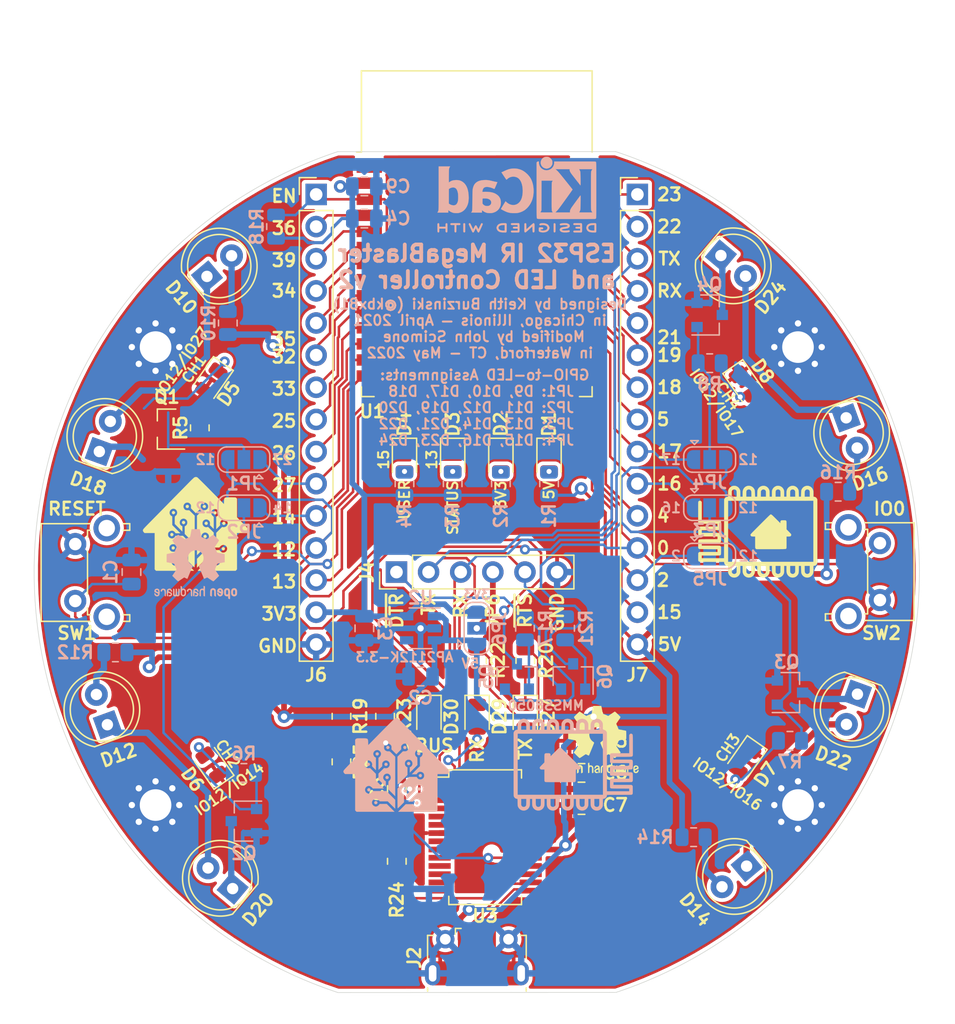
<source format=kicad_pcb>
(kicad_pcb (version 20211014) (generator pcbnew)
  (layers (0 "F.Cu" signal) (31 "B.Cu" signal) (34 "B.Paste" user) (35 "F.Paste" user) (36 "B.SilkS" user "B.Silkscreen") (37 "F.SilkS" user "F.Silkscreen") (38 "B.Mask" user) (39 "F.Mask" user) (44 "Edge.Cuts" user))
  (net 0 "")
  (net 1 "GND")
  (net 2 "+5V")
  (net 3 "+3V3")
  (net 4 "Net-(D1-Pad2)")
  (net 5 "Net-(D2-Pad2)")
  (net 6 "Net-(D3-Pad2)")
  (net 7 "Net-(D4-Pad2)")
  (net 8 "Net-(D10-Pad2)")
  (net 11 "/ESP_EN")
  (net 12 "Net-(C8-Pad1)")
  (net 13 "/GPIO13")
  (net 14 "/GPIO14")
  (net 15 "Net-(D5-Pad2)")
  (net 16 "Net-(D10-Pad1)")
  (net 21 "/FET1")
  (net 22 "/FET2")
  (net 23 "/FET3")
  (net 24 "/FET4")
  (net 25 "Net-(D27-Pad1)")
  (net 26 "Net-(D29-Pad1)")
  (net 27 "Net-(D30-Pad2)")
  (net 28 "/USB_D+")
  (net 29 "/USB_D-")
  (net 30 "/~{RTS}")
  (net 31 "/ESP_RXD")
  (net 32 "/ESP_TXD")
  (net 33 "/~{DTR}")
  (net 34 "/GPIO12")
  (net 35 "/GPIO27")
  (net 36 "/GPIO26")
  (net 37 "/GPIO25")
  (net 38 "/GPIO33")
  (net 39 "/GPIO32")
  (net 40 "/GPI35")
  (net 41 "/GPI34")
  (net 42 "/GPI39")
  (net 43 "/GPI36")
  (net 44 "/GPIO15")
  (net 45 "/GPIO2")
  (net 46 "/GPIO0")
  (net 47 "/GPIO4")
  (net 48 "/GPIO16")
  (net 49 "/GPIO17")
  (net 50 "/GPIO5")
  (net 51 "/GPIO18")
  (net 52 "/GPIO19")
  (net 53 "/GPIO21")
  (net 54 "/GPIO22")
  (net 55 "/GPIO23")
  (net 56 "/GATE1")
  (net 57 "/GATE2")
  (net 58 "/GATE3")
  (net 59 "/GATE4")
  (net 60 "Net-(Q5-Pad1)")
  (net 61 "Net-(Q6-Pad1)")
  (net 62 "/USB_~{RESET}")
  (net 63 "Net-(R20-Pad2)")
  (net 66 "Net-(D12-Pad2)")
  (net 67 "Net-(D12-Pad1)")
  (net 68 "Net-(D14-Pad2)")
  (net 69 "Net-(D14-Pad1)")
  (net 70 "Net-(D16-Pad2)")
  (net 71 "Net-(D16-Pad1)")
  (net 72 "Net-(R22-Pad2)")
  (net 73 "Net-(R24-Pad2)")
  (net 74 "Net-(J4-Pad4)")
  (net 75 "/GATE5")
  (net 85 "Net-(R6-Pad2)")
  (net 86 "Net-(R7-Pad2)")
  (net 87 "Net-(R8-Pad2)")
  (footprint "Connector_PinHeader_2.54mm:PinHeader_1x06_P2.54mm_Vertical" (layer "F.Cu") (at 143.65 90 90)
    (fp_text reference "J4")
    (fp_text value "SERIAL")
  )
  (footprint "MountingHole:MountingHole_2.5mm_Pad_Via" (layer "F.Cu") (at 124.6 72.22)
    (fp_text reference "H1" hide)
    (fp_text value "-")
  )
  (footprint "LED_THT:LED_D5.0mm" (layer "F.Cu") (at 120.79 102.065 110)
    (fp_text reference "D12")
    (fp_text value "CH2")
  )
  (footprint "LED_THT:LED_D5.0mm" (layer "F.Cu") (at 120.155 80.475 70)
    (fp_text reference "D18")
    (fp_text value "CH1")
  )
  (footprint "LED_THT:LED_D5.0mm" (layer "F.Cu") (at 130.696 115.019 140)
    (fp_text reference "D20")
    (fp_text value "CH2")
  )
  (footprint "LED_THT:LED_D5.0mm" (layer "F.Cu") (at 171.336 113.241 -140)
    (fp_text reference "D14")
    (fp_text value "CH3")
  )
  (footprint "LED_THT:LED_D5.0mm" (layer "F.Cu") (at 179.21 77.808 -70)
    (fp_text reference "D16")
    (fp_text value "CH4")
  )
  (footprint "LED_THT:LED_D5.0mm" (layer "F.Cu") (at 169.304 64.981 -40)
    (fp_text reference "D24")
    (fp_text value "CH4")
  )
  (footprint "Capacitor_SMD:C_0805_2012Metric" (layer "F.Cu") (at 158.283 105.875 180)
    (fp_text reference "C6")
    (fp_text value "100 nF")
  )
  (footprint "Capacitor_SMD:C_0805_2012Metric" (layer "F.Cu") (at 158.283 108.415 180)
    (fp_text reference "C7")
    (fp_text value "100 nF")
  )
  (footprint "Capacitor_SMD:C_0805_2012Metric" (layer "F.Cu") (at 143.678 107.145 90)
    (fp_text reference "C8")
    (fp_text value "100 nF")
  )
  (footprint "LED_SMD:LED_0805_2012Metric" (layer "F.Cu") (at 151.905 81.11 -90)
    (fp_text reference "D2")
    (fp_text value "3V3")
  )
  (footprint "LED_SMD:LED_0805_2012Metric" (layer "F.Cu") (at 148.095 81.11 -90)
    (fp_text reference "D3")
    (fp_text value "STATUS")
  )
  (footprint "LED_SMD:LED_0805_2012Metric" (layer "F.Cu") (at 150.028 101.43 -90)
    (fp_text reference "D29")
    (fp_text value "RX")
  )
  (footprint "Connector_USB:USB_Micro-B_Molex-105017-0001" (layer "F.Cu") (at 150.010264 120.48)
    (fp_text reference "J2")
    (fp_text value "N/A")
  )
  (footprint "Resistor_SMD:R_0805_2012Metric" (layer "F.Cu") (at 128.1 78.6 90)
    (fp_text reference "R5")
    (fp_text value "2K7")
  )
  (footprint "Resistor_SMD:R_0805_2012Metric" (layer "F.Cu") (at 139.3 101.4 90)
    (fp_text reference "R19")
    (fp_text value "4K7")
  )
  (footprint "Resistor_SMD:R_0805_2012Metric" (layer "F.Cu") (at 153.838 96.985 90)
    (fp_text reference "R20")
    (fp_text value "1K2")
  )
  (footprint "Resistor_SMD:R_0805_2012Metric" (layer "F.Cu") (at 139.3 105 90)
    (fp_text reference "R25")
    (fp_text value "10K")
  )
  (footprint "Package_SO:SSOP-28_5.3x10.2mm_P0.65mm" (layer "F.Cu") (at 150.663 110.955)
    (fp_text reference "U3")
    (fp_text value "FT232RL")
  )
  (footprint "RF_Module:ESP32-WROOM-32" (layer "F.Cu") (at 150 66.251)
    (fp_text reference "U1")
    (fp_text value "ESP32-WROOM-32D")
  )
  (footprint "LED_THT:LED_D5.0mm" (layer "F.Cu") (at 180.099 99.652 -110)
    (fp_text reference "D22")
    (fp_text value "CH3")
  )
  (footprint "MountingHole:MountingHole_2.5mm_Pad_Via" (layer "F.Cu") (at 124.6 108.415)
    (fp_text reference "H3" hide)
    (fp_text value "-")
  )
  (footprint "LED_SMD:LED_0805_2012Metric" (layer "F.Cu") (at 155.715 81.11 -90)
    (fp_text reference "D1")
    (fp_text value "5V")
  )
  (footprint "LED_SMD:LED_0805_2012Metric" (layer "F.Cu") (at 153.838 101.43 -90)
    (fp_text reference "D27")
    (fp_text value "TX")
  )
  (footprint "LED_SMD:LED_0805_2012Metric" (layer "F.Cu") (at 171.209 75.141 -55)
    (fp_text reference "D8")
    (fp_text value "CH4")
  )
  (footprint "Resistor_SMD:R_0805_2012Metric" (layer "F.Cu") (at 143.678 112.86 -90)
    (fp_text reference "R24")
    (fp_text value "10K")
  )
  (footprint "Package_TO_SOT_SMD:SOT-23" (layer "F.Cu") (at 125.5 78.7 180)
    (fp_text reference "Q1")
    (fp_text value "2N7002")
  )
  (footprint "Capacitor_SMD:C_0805_2012Metric" (layer "F.Cu") (at 158.283 103.335 180)
    (fp_text reference "C5")
    (fp_text value "4.7 uF")
  )
  (footprint "Resistor_SMD:R_0805_2012Metric" (layer "F.Cu") (at 142.75 101.4 -90)
    (fp_text reference "R23")
    (fp_text value "10K")
  )
  (footprint "Button_Switch_THT:SW_Tactile_SPST_Angled_PTS645Vx58-2LFS" (layer "F.Cu") (at 181.877 87.714 -90)
    (fp_text reference "SW2")
    (fp_text value "IO0")
  )
  (footprint "LED_SMD:LED_0805_2012Metric" (layer "F.Cu") (at 146.218 101.43 -90)
    (fp_text reference "D30")
    (fp_text value "VBUS")
  )
  (footprint "Connector_PinHeader_2.54mm:PinHeader_1x15_P2.54mm_Vertical" (layer "F.Cu") (at 137.3 60.155)
    (fp_text reference "J6")
    (fp_text value "IO")
  )
  (footprint "Connector_PinHeader_2.54mm:PinHeader_1x15_P2.54mm_Vertical" (layer "F.Cu") (at 162.7 60.155)
    (fp_text reference "J7")
    (fp_text value "IO")
  )
  (footprint "Button_Switch_THT:SW_Tactile_SPST_Angled_PTS645Vx58-2LFS" (layer "F.Cu") (at 118.25 92.286 90)
    (fp_text reference "SW1")
    (fp_text value "RESET")
  )
  (footprint "Resistor_SMD:R_0805_2012Metric" (layer "F.Cu") (at 150.028 96.985 90)
    (fp_text reference "R22")
    (fp_text value "2K7")
  )
  (footprint "LED_SMD:LED_0805_2012Metric" (layer "F.Cu") (at 129 74.9 -125)
    (fp_text reference "D5")
    (fp_text value "CH1")
  )
  (footprint "LED_SMD:LED_0805_2012Metric" (layer "F.Cu") (at 171.209 104.859 -125)
    (fp_text reference "D7")
    (fp_text value "CH3")
  )
  (footprint "LED_SMD:LED_0805_2012Metric" (layer "F.Cu") (at 129.045 105.24 125)
    (fp_text reference "D6")
    (fp_text value "CH2")
  )
  (footprint "LED_SMD:LED_0805_2012Metric" (layer "F.Cu") (at 144.285 81.11 -90)
    (fp_text reference "D4")
    (fp_text value "USER")
  )
  (footprint "project_footprints:ESPHome_slik_logo" (layer "F.Cu") (at 172.225 86.825)
    (fp_text reference "G***" hide)
    (fp_text value "LOGO" hide)
  )
  (footprint "project_footprints:HomeAssistant_slik_logo" (layer "F.Cu") (at 127.775 86.19)
    (fp_text reference "G***" hide)
    (fp_text value "LOGO" hide)
  )
  (footprint "Symbol:OSHW-Logo2_7.3x6mm_SilkScreen" (layer "F.Cu") (at 159.525 103.335)
    (fp_text reference "REF**" hide)
    (fp_text value "OSHW-Logo2_7.3x6mm_SilkScreen" hide)
  )
  (footprint "LED_THT:LED_D5.0mm" (layer "F.Cu") (at 128.664 66.632 40)
    (fp_text reference "D10")
    (fp_text value "CH1")
  )
  (footprint "MountingHole:MountingHole_2.5mm_Pad_Via" (layer "F.Cu") (at 175.4 108.415)
    (fp_text reference "H4" hide)
    (fp_text value "-")
  )
  (footprint "MountingHole:MountingHole_2.5mm_Pad_Via" (layer "F.Cu") (at 175.4 72.22)
    (fp_text reference "H2" hide)
    (fp_text value "-")
  )
  (footprint "Capacitor_SMD:C_0805_2012Metric" (layer "B.Cu") (at 141.11 62.06 180)
    (fp_text reference "C4")
    (fp_text value "10 uF")
  )
  (footprint "Capacitor_SMD:C_0805_2012Metric" (layer "B.Cu") (at 141.11 94.445 90)
    (fp_text reference "C3")
    (fp_text value "10 uF")
  )
  (footprint "Jumper:SolderJumper-3_P1.3mm_Open_RoundedPad1.0x1.5mm" (layer "B.Cu") (at 168.415 84.92)
    (fp_text reference "JP3")
    (fp_text value "IO12/IO16")
  )
  (footprint "Capacitor_SMD:C_0805_2012Metric" (layer "B.Cu") (at 122.695 90 90)
    (fp_text reference "C1")
    (fp_text value "1 uF")
  )
  (footprint "Package_TO_SOT_SMD:SOT-23" (layer "B.Cu") (at 174.765 99.525)
    (fp_text reference "Q3")
    (fp_text value "2N7002")
  )
  (footprint "Jumper:SolderJumper-3_P1.3mm_Open_RoundedPad1.0x1.5mm" (layer "B.Cu") (at 168.415 81.11)
    (fp_text reference "JP4")
    (fp_text value "IO12/IO17")
  )
  (footprint "Resistor_SMD:R_0805_2012Metric" (layer "B.Cu") (at 121.425 96.35 180)
    (fp_text reference "R12")
    (fp_text value "27")
  )
  (footprint "Resistor_SMD:R_0805_2012Metric" (layer "B.Cu") (at 178.575 83.65)
    (fp_text reference "R16")
    (fp_text value "27")
  )
  (footprint "Package_TO_SOT_SMD:SOT-23" (layer "B.Cu") (at 131.585 109.685 180)
    (fp_text reference "Q2")
    (fp_text value "2N7002")
  )
  (footprint "Package_TO_SOT_SMD:SOT-23" (layer "B.Cu") (at 153.175 98.255 90)
    (fp_text reference "Q5")
    (fp_text value "MMSS8050")
  )
  (footprint "Package_TO_SOT_SMD:SOT-23" (layer "B.Cu") (at 157.62 98.255 90)
    (fp_text reference "Q6")
    (fp_text value "MMSS8050")
  )
  (footprint "Resistor_SMD:R_0805_2012Metric" (layer "B.Cu") (at 148.095 83.015 90)
    (fp_text reference "R3")
    (fp_text value "120")
  )
  (footprint "Resistor_SMD:R_0805_2012Metric" (layer "B.Cu") (at 131.585 105.875 180)
    (fp_text reference "R6")
    (fp_text value "2K7")
  )
  (footprint "Resistor_SMD:R_0805_2012Metric" (layer "B.Cu") (at 174.765 103.335 180)
    (fp_text reference "R7")
    (fp_text value "2K7")
  )
  (footprint "Resistor_SMD:R_0805_2012Metric" (layer "B.Cu") (at 168.415 73.49)
    (fp_text reference "R8")
    (fp_text value "2K7")
  )
  (footprint "Resistor_SMD:R_0805_2012Metric" (layer "B.Cu") (at 153.81 94.445 90)
    (fp_text reference "R17")
    (fp_text value "10K")
  )
  (footprint "Resistor_SMD:R_0805_2012Metric" (layer "B.Cu") (at 156.985 94.445 90)
    (fp_text reference "R21")
    (fp_text value "10K")
  )
  (footprint "Package_TO_SOT_SMD:SOT-23-5" (layer "B.Cu") (at 145.555 94.445 180)
    (fp_text reference "U2")
    (fp_text value "AP2112K-3.3")
  )
  (footprint "Resistor_SMD:R_0805_2012Metric" (layer "B.Cu") (at 167.145 110.955)
    (fp_text reference "R14")
    (fp_text value "27")
  )
  (footprint "Resistor_SMD:R_0805_2012Metric" (layer "B.Cu") (at 155.715 83.015 90)
    (fp_text reference "R1")
    (fp_text value "8K2")
  )
  (footprint "Jumper:SolderJumper-3_P1.3mm_Open_RoundedPad1.0x1.5mm" (layer "B.Cu") (at 131.585 84.92 180)
    (fp_text reference "JP2")
    (fp_text value "IO12/IO14")
  )
  (footprint "Resistor_SMD:R_0805_2012Metric" (layer "B.Cu") (at 134.125 62.695 90)
    (fp_text reference "R18")
    (fp_text value "10K")
  )
  (footprint "Package_TO_SOT_SMD:SOT-23" (layer "B.Cu") (at 168.415 69.68)
    (fp_text reference "Q4")
    (fp_text value "2N7002")
  )
  (footprint "Capacitor_SMD:C_0805_2012Metric" (layer "B.Cu") (at 145.555 98.255)
    (fp_text reference "C2")
    (fp_text value "10 uF")
  )
  (footprint "Resistor_SMD:R_0805_2012Metric" (layer "B.Cu") (at 151.905 83.015 90)
    (fp_text reference "R2")
    (fp_text value "1K6")
  )
  (footprint "Jumper:SolderJumper-3_P1.3mm_Open_RoundedPad1.0x1.5mm" (layer "B.Cu") (at 168.415 88.73)
    (fp_text reference "JP5")
    (fp_text value "IO12/IO2")
  )
  (footprint "Resistor_SMD:R_0805_2012Metric" (layer "B.Cu") (at 144.285 83.015 90)
    (fp_text reference "R4")
    (fp_text value "1K2")
  )
  (footprint "Symbol:KiCad-Logo2_5mm_SilkScreen" (layer "B.Cu") (at 153.175 60.155 180)
    (fp_text reference "REF**" hide)
    (fp_text value "KiCad-Logo2_5mm_SilkScreen" hide)
  )
  (footprint "project_footprints:ESPHome_slik_logo" (layer "B.Cu") (at 157.62 105.24 180)
    (fp_text reference "G***" hide)
    (fp_text value "LOGO" hide)
  )
  (footprint "Symbol:OSHW-Logo2_7.3x6mm_SilkScreen" (layer "B.Cu") (at 127.775 89.365 180)
    (fp_text reference "REF**" hide)
    (fp_text value "OSHW-Logo2_7.3x6mm_SilkScreen" hide)
  )
  (footprint "Resistor_SMD:R_0805_2012Metric" (layer "B.Cu") (at 130.315 70.315 90)
    (fp_text reference "R10")
    (fp_text value "27")
  )
  (footprint "Jumper:SolderJumper-3_P1.3mm_Open_RoundedPad1.0x1.5mm" (layer "B.Cu") (at 131.585 81.11 180)
    (fp_text reference "JP1")
    (fp_text value "IO12/IO27")
  )
  (footprint "Jumper:SolderJumper-3_P1.3mm_Open_RoundedPad1.0x1.5mm" (layer "B.Cu") (at 150 94.445 90)
    (fp_text reference "JP6")
    (fp_text value "5V/3V3")
  )
  (footprint "Capacitor_SMD:C_0805_2012Metric" (layer "B.Cu") (at 141.11 59.52 180)
    (fp_text reference "C9")
    (fp_text value "10 uF")
  )
  (footprint "project_footprints:HomeAssistant_slik_logo" (layer "B.Cu") (at 143.65 105.24 180)
    (fp_text reference "G***" hide)
    (fp_text value "LOGO" hide)
  )
  (gr_line (start 160.979471 56.766717) (end 139.000001 56.773505) (layer "Edge.Cuts") (width 0.05))
  (gr_line (start 139.020529 123.233284) (end 160.999999 123.226494) (layer "Edge.Cuts") (width 0.05))
  (gr_arc (start 160.979471 56.766717) (mid 184.999997 89.989189) (end 160.999999 123.226494) (layer "Edge.Cuts") (width 0.05))
  (gr_arc (start 139.020529 123.233284) (mid 115.000002 90.010811) (end 139.000001 56.773505) (layer "Edge.Cuts") (width 0.05))
  (gr_text "ESP32 IR MegaBlaster\nand LED Controller v2" (at 150 65.87) (layer "B.SilkS") (effects (font (size 1.3 1.3) (thickness 0.3)) (justify mirror)))
  (gr_text "Designed by Keith Burzinski (@kbx81)\nin Chicago, Illinois — April 2021\nModified by John Scimone \nin Waterford, CT - May 2022" (at 150.25 70.75) (layer "B.SilkS") (effects (font (size 0.8 0.8) (thickness 0.16)) (justify mirror)))
  (gr_text "GPIO-to-LED Assignments:\n  JP1: D9, D10, D17, D18\n  JP2: D11, D12, D19, D20\n  JP3: D13, D14, D21, D22\n  JP4: D15, D16, D23, D24" (at 159 77) (layer "B.SilkS") (effects (font (size 0.8 0.8) (thickness 0.16)) (justify left mirror)))
  (segment (start 154.263 108.68) (end 155.986 108.68) (width 0.45) (layer "F.Cu") (net 1))
  (segment (start 130.061 73.513773) (end 129.582728 73.992045) (width 0.2) (layer "F.Cu") (net 1))
  (segment (start 155.986 108.68) (end 156.251 108.415) (width 0.45) (layer "F.Cu") (net 1))
  (segment (start 155.866 108.03) (end 154.263 108.03) (width 0.45) (layer "F.Cu") (net 1))
  (segment (start 154.263 111.28) (end 155.926 111.28) (width 0.45) (layer "F.Cu") (net 1))
  (segment (start 155.926 111.28) (end 157.333 109.873) (width 0.45) (layer "F.Cu") (net 1))
  (segment (start 157.333 109.873) (end 157.333 108.415) (width 0.45) (layer "F.Cu") (net 1))
  (segment (start 151.03 111.28) (end 150.38 110.63) (width 0.45) (layer "F.Cu") (net 1))
  (segment (start 150.38 110.63) (end 147.063 110.63) (width 0.45) (layer "F.Cu") (net 1))
  (segment (start 154.263 111.28) (end 151.03 111.28) (width 0.45) (layer "F.Cu") (net 1))
  (segment (start 130.061 73.363) (end 130.061 73.513773) (width 0.2) (layer "F.Cu") (net 1))
  (segment (start 157.333 108.415) (end 156.251 108.415) (width 0.45) (layer "F.Cu") (net 1))
  (segment (start 156.251 108.415) (end 155.866 108.03) (width 0.45) (layer "F.Cu") (net 1))
  (via (at 145.555 94.445) (size 1) (drill 0.5) (layers "F.Cu" "B.Cu") (net 1))
  (via (at 130.061 73.363) (size 0.8) (drill 0.4) (layers "F.Cu" "B.Cu") (net 1))
  (segment (start 124.473 76.284) (end 127.14 76.284) (width 0.2) (layer "B.Cu") (net 1))
  (segment (start 123.6875 77.0695) (end 124.473 76.284) (width 0.2) (layer "B.Cu") (net 1))
  (segment (start 145.174 96.604) (end 144.793 96.604) (width 0.45) (layer "B.Cu") (net 1))
  (segment (start 145.555 96.223) (end 145.174 96.604) (width 0.45) (layer "B.Cu") (net 1))
  (segment (start 141.11 95.395) (end 142.446 95.395) (width 0.45) (layer "B.Cu") (net 1))
  (segment (start 146.655 94.445) (end 145.555 94.445) (width 0.45) (layer "B.Cu") (net 1))
  (segment (start 127.14 76.284) (end 130.061 73.363) (width 0.2) (layer "B.Cu") (net 1))
  (segment (start 142.446 95.395) (end 143.396 94.445) (width 0.45) (layer "B.Cu") (net 1))
  (segment (start 143.396 94.445) (end 145.555 94.445) (width 0.45) (layer "B.Cu") (net 1))
  (segment (start 144.793 96.604) (end 144.605 96.792) (width 0.45) (layer "B.Cu") (net 1))
  (segment (start 145.555 94.445) (end 145.555 96.223) (width 0.45) (layer "B.Cu") (net 1))
  (segment (start 144.605 96.792) (end 144.605 98.255) (width 0.45) (layer "B.Cu") (net 1))
  (segment (start 135.7025 100.4875) (end 134.76 101.43) (width 0.45) (layer "F.Cu") (net 2))
  (segment (start 168.2645 90.1505) (end 177.6625 90.1505) (width 0.45) (layer "F.Cu") (net 2))
  (segment (start 160.922 93.937) (end 160.922 90) (width 0.25) (layer "F.Cu") (net 2))
  (segment (start 159.233 108.415) (end 159.233 109.37) (width 0.45) (layer "F.Cu") (net 2))
  (segment (start 139.3 100.4875) (end 135.7025 100.4875) (width 0.45) (layer "F.Cu") (net 2))
  (segment (start 134.76 101.43) (end 134.76 72.982) (width 0.45) (layer "F.Cu") (net 2))
  (segment (start 130.061 96.731) (end 134.76 101.43) (width 0.45) (layer "F.Cu") (net 2))
  (segment (start 148.710264 119.0175) (end 148.710264 117.352736) (width 0.45) (layer "F.Cu") (net 2))
  (segment (start 160.16 89.238) (end 160.16 85.301) (width 0.25) (layer "F.Cu") (net 2))
  (segment (start 162.7 95.715) (end 160.922 93.937) (width 0.25) (layer "F.Cu") (net 2))
  (segment (start 134.76 72.982) (end 133.871 72.093) (width 0.45) (layer "F.Cu") (net 2))
  (segment (start 162.7 95.715) (end 168.2645 90.1505) (width 0.45) (layer "F.Cu") (net 2))
  (segment (start 159.233 108.415) (end 159.233 105.875) (width 0.45) (layer "F.Cu") (net 2))
  (segment (start 160.922 90) (end 160.16 89.238) (width 0.25) (layer "F.Cu") (net 2))
  (segment (start 156.673 111.93) (end 154.263 111.93) (width 0.45) (layer "F.Cu") (net 2))
  (segment (start 148.710264 117.352736) (end 149.393 116.67) (width 0.45) (layer "F.Cu") (net 2))
  (segment (start 157.013 111.59) (end 156.673 111.93) (width 0.45) (layer "F.Cu") (net 2))
  (segment (start 159.233 109.37) (end 157.013 111.59) (width 0.45) (layer "F.Cu") (net 2))
  (segment (start 124.854 96.731) (end 130.061 96.731) (width 0.45) (layer "F.Cu") (net 2))
  (segment (start 159.233 103.335) (end 159.233 105.875) (width 0.45) (layer "F.Cu") (net 2))
  (segment (start 160.16 85.301) (end 158.255 83.396) (width 0.25) (layer "F.Cu") (net 2))
  (segment (start 159.233 103.335) (end 159.233 101.43) (width 0.45) (layer "F.Cu") (net 2))
  (segment (start 124.092 97.493) (end 124.854 96.731) (width 0.45) (layer "F.Cu") (net 2))
  (via (at 124.092 97.493) (size 1) (drill 0.5) (layers "F.Cu" "B.Cu") (net 2))
  (via (at 177.6625 90.1505) (size 1) (drill 0.5) (layers "F.Cu" "B.Cu") (net 2))
  (via (at 158.255 83.396) (size 1) (drill 0.5) (layers "F.Cu" "B.Cu") (net 2))
  (via (at 149.393 116.67) (size 1) (drill 0.5) (layers "F.Cu" "B.Cu") (net 2))
  (via (at 133.871 72.093) (size 1) (drill 0.5) (layers "F.Cu" "B.Cu") (net 2))
  (via (at 157.013 111.59) (size 1) (drill 0.5) (layers "F.Cu" "B.Cu") (net 2))
  (via (at 159.233 101.43) (size 1) (drill 0.5) (layers "F.Cu" "B.Cu") (net 2))
  (via (at 134.76 101.43) (size 1) (drill 0.5) (layers "F.Cu" "B.Cu") (net 2))
  (segment (start 146.655 95.395) (end 146.655 98.105) (width 0.45) (layer "B.Cu") (net 2))
  (segment (start 151.933 116.67) (end 157.013 111.59) (width 0.4) (layer "B.Cu") (net 2))
  (segment (start 124.3225 96.35) (end 124.3225 97.2625) (width 0.45) (layer "B.Cu") (net 2))
  (segment (start 147.235002 95.395) (end 147.560001 95.070001) (width 0.45) (layer "B.Cu") (net 2))
  (segment (start 157.7235 83.9275) (end 155.715 83.9275) (width 0.25) (layer "B.Cu") (net 2))
  (segment (start 177.6625 83.65) (end 177.6625 90.1505) (width 0.45) (layer "B.Cu") (net 2))
  (segment (start 157.013 109.815) (end 156.883 109.685) (width 0.45) (layer "B.Cu") (net 2))
  (segment (start 150 95.745) (end 150 99.845) (width 0.45) (layer "B.Cu") (net 2))
  (segment (start 146.655 95.395) (end 147.235002 95.395) (width 0.45) (layer "B.Cu") (net 2))
  (segment (start 165.24 101.43) (end 165.24 98.255) (width 0.45) (layer "B.Cu") (net 2))
  (segment (start 165.24 98.255) (end 162.7 95.715) (width 0.45) (layer "B.Cu") (net 2))
  (segment (start 147.560001 95.070001) (end 147.560001 93.819999) (width 0.45) (layer "B.Cu") (net 2))
  (segment (start 149.65 95.395) (end 150 95.745) (width 0.45) (layer "B.Cu") (net 2))
  (segment (start 147.235002 93.495) (end 146.655 93.495) (width 0.45) (layer "B.Cu") (net 2))
  (segment (start 124.3225 97.2625) (end 124.092 97.493) (width 0.45) (layer "B.Cu") (net 2))
  (segment (start 156.883 103.78) (end 159.233 101.43) (width 0.45) (layer "B.Cu") (net 2))
  (segment (start 166.2325 110.955) (end 166.2325 107.78) (width 0.45) (layer "B.Cu") (net 2))
  (segment (start 133.49 71.2275) (end 133.49 71.712) (width 0.45) (layer "B.Cu") (net 2))
  (segment (start 166.2325 107.78) (end 166.2325 107.6295) (width 0.45) (layer "B.Cu") (net 2))
  (segment (start 150 99.845) (end 151.585 101.43) (width 0.45) (layer "B.Cu") (net 2))
  (segment (start 166.2325 107.6295) (end 165.24 106.637) (width 0.45) (layer "B.Cu") (net 2))
  (segment (start 143.33 101.43) (end 134.76 101.43) (width 0.45) (layer "B.Cu") (net 2))
  (segment (start 158.255 83.396) (end 157.7235 83.9275) (width 0.25) (layer "B.Cu") (net 2))
  (segment (start 147.560001 93.819999) (end 147.235002 93.495) (width 0.45) (layer "B.Cu") (net 2))
  (segment (start 146.505 98.255) (end 143.33 101.43) (width 0.45) (layer "B.Cu") (net 2))
  (segment (start 122.3375 96.35) (end 124.3225 96.35) (width 0.45) (layer "B.Cu") (net 2))
  (segment (start 157.013 111.59) (end 157.013 109.815) (width 0.45) (layer "B.Cu") (net 2))
  (segment (start 165.24 106.637) (end 165.24 101.43) (width 0.45) (layer "B.Cu") (net 2))
  (segment (start 130.315 71.2275) (end 133.49 71.2275) (width 0.5) (layer "B.Cu") (net 2))
  (segment (start 133.49 71.712) (end 133.871 72.093) (width 0.45) (layer "B.Cu") (net 2))
  (segment (start 156.883 109.685) (end 156.883 103.78) (width 0.45) (layer "B.Cu") (net 2))
  (segment (start 149.393 116.67) (end 151.933 116.67) (width 0.4) (layer "B.Cu") (net 2))
  (segment (start 165.24 101.43) (end 151.585 101.43) (width 0.45) (layer "B.Cu") (net 2))
  (segment (start 146.655 95.395) (end 149.65 95.395) (width 0.45) (layer "B.Cu") (net 2))
  (segment (start 139.84 59.52) (end 139.205 59.52) (width 0.45) (layer "F.Cu") (net 3))
  (segment (start 141.5 59.266) (end 140.094 59.266) (width 0.45) (layer "F.Cu") (net 3))
  (segment (start 140.094 59.266) (end 139.84 59.52) (width 0.45) (layer "F.Cu") (net 3))
  (via (at 139.205 59.52) (size 1) (drill 0.5) (layers "F.Cu" "B.Cu") (net 3))
  (segment (start 138.57 62.822) (end 139.332 62.06) (width 0.25) (layer "B.Cu") (net 3))
  (segment (start 136.665 63.965) (end 137.808 63.965) (width 0.25) (layer "B.Cu") (net 3))
  (segment (start 150 93.145) (end 148.065 93.145) (width 0.45) (layer "B.Cu") (net 3))
  (segment (start 144.455 93.495) (end 141.11 93.495) (width 0.45) (layer "B.Cu") (net 3))
  (segment (start 148.095 83.9275) (end 144.285 83.9275) (width 0.25) (layer "B.Cu") (net 3))
  (segment (start 138.57 63.203) (end 138.57 62.822) (width 0.25) (layer "B.Cu") (net 3))
  (segment (start 140.16 82.9775) (end 141.11 83.9275) (width 0.45) (layer "B.Cu") (net 3))
  (segment (start 136.3075 63.6075) (end 136.665 63.965) (width 0.25) (layer "B.Cu") (net 3))
  (segment (start 137.808 63.965) (end 138.57 63.203) (width 0.25) (layer "B.Cu") (net 3))
  (segment (start 140.795 93.495) (end 140.475 93.175) (width 0.45) (layer "B.Cu") (net 3))
  (segment (start 148.065 93.145) (end 147.46 92.54) (width 0.45) (layer "B.Cu") (net 3))
  (segment (start 147.46 92.54) (end 145.41 92.54) (width 0.45) (layer "B.Cu") (net 3))
  (segment (start 140.16 59.52) (end 139.205 59.52) (width 0.45) (layer "B.Cu") (net 3))
  (segment (start 151.905 83.9275) (end 148.095 83.9275) (width 0.25) (layer "B.Cu") (net 3))
  (segment (start 139.332 62.06) (end 140.16 62.06) (width 0.25) (layer "B.Cu") (net 3))
  (segment (start 140.16 62.06) (end 140.16 82.9775) (width 0.45) (layer "B.Cu") (net 3))
  (segment (start 141.11 83.9275) (end 141.11 93.495) (width 0.45) (layer "B.Cu") (net 3))
  (segment (start 140.16 62.06) (end 140.16 59.52) (width 0.45) (layer "B.Cu") (net 3))
  (segment (start 140.475 93.175) (end 137.3 93.175) (width 0.45) (layer "B.Cu") (net 3))
  (segment (start 145.41 92.54) (end 144.455 93.495) (width 0.45) (layer "B.Cu") (net 3))
  (segment (start 134.125 63.6075) (end 136.3075 63.6075) (width 0.25) (layer "B.Cu") (net 3))
  (segment (start 144.285 83.9275) (end 141.11 83.9275) (width 0.25) (layer "B.Cu") (net 3))
  (via (at 155.715 82.0475) (size 0.8) (drill 0.4) (layers "F.Cu" "B.Cu") (net 4))
  (via (at 151.905 82.0475) (size 0.8) (drill 0.4) (layers "F.Cu" "B.Cu") (net 5))
  (via (at 148.095 82.0475) (size 0.8) (drill 0.4) (layers "F.Cu" "B.Cu") (net 6))
  (via (at 144.285 82.0475) (size 0.8) (drill 0.4) (layers "F.Cu" "B.Cu") (net 7))
  (segment (start 130.609753 64.999319) (end 130.609753 69.107747) (width 0.5) (layer "B.Cu") (net 8))
  (segment (start 130.609753 69.107747) (end 130.315 69.4025) (width 0.5) (layer "B.Cu") (net 8))
  (segment (start 136.792 91.905) (end 138.316 91.905) (width 0.2) (layer "F.Cu") (net 11))
  (segment (start 138.189 89.365) (end 136.792 89.365) (width 0.2) (layer "F.Cu") (net 11))
  (segment (start 138.951 84.92) (end 138.951 88.603) (width 0.2) (layer "F.Cu") (net 11))
  (segment (start 142.888 75.014) (end 140.221 77.681) (width 0.2) (layer "F.Cu") (net 11))
  (segment (start 142.761 87.46) (end 154.064 87.46) (width 0.2) (layer "F.Cu") (net 11))
  (segment (start 140.221 83.65) (end 138.951 84.92) (width 0.2) (layer "F.Cu") (net 11))
  (segment (start 142.888 60.724) (end 142.888 75.014) (width 0.2) (layer "F.Cu") (net 11))
  (segment (start 140.221 77.681) (end 140.221 83.65) (width 0.2) (layer "F.Cu") (net 11))
  (segment (start 136.03 91.143) (end 136.792 91.905) (width 0.2) (layer "F.Cu") (net 11))
  (segment (start 142.7 60.536) (end 142.888 60.724) (width 0.2) (layer "F.Cu") (net 11))
  (segment (start 154.064 87.46) (end 155.08 88.476) (width 0.2) (layer "F.Cu") (net 11))
  (segment (start 136.792 89.365) (end 136.03 90.127) (width 0.2) (layer "F.Cu") (net 11))
  (segment (start 155.08 90.508) (end 154.318 91.27) (width 0.2) (layer "F.Cu") (net 11))
  (segment (start 141.5 60.536) (end 137.681 60.536) (width 0.2) (layer "F.Cu") (net 11))
  (segment (start 154.318 91.27) (end 153.937 91.27) (width 0.2) (layer "F.Cu") (net 11))
  (segment (start 138.316 91.905) (end 142.761 87.46) (width 0.2) (layer "F.Cu") (net 11))
  (segment (start 127.775 92.794) (end 132.22 88.349) (width 0.2) (layer "F.Cu") (net 11))
  (segment (start 118.25 93.523436) (end 119.933564 95.207) (width 0.2) (layer "F.Cu") (net 11))
  (segment (start 136.03 90.127) (end 136.03 91.143) (width 0.2) (layer "F.Cu") (net 11))
  (segment (start 155.08 88.476) (end 155.08 90.508) (width 0.2) (layer "F.Cu") (net 11))
  (segment (start 153.937 91.27) (end 152.159 93.048) (width 0.2) (layer "F.Cu") (net 11))
  (segment (start 127.775 94.826) (end 127.775 92.794) (width 0.2) (layer "F.Cu") (net 11))
  (segment (start 119.933564 95.207) (end 127.394 95.207) (width 0.2) (layer "F.Cu") (net 11))
  (segment (start 118.25 92.286) (end 118.25 93.523436) (width 0.2) (layer "F.Cu") (net 11))
  (segment (start 138.951 88.603) (end 138.189 89.365) (width 0.2) (layer "F.Cu") (net 11))
  (segment (start 127.394 95.207) (end 127.775 94.826) (width 0.2) (layer "F.Cu") (net 11))
  (segment (start 141.5 60.536) (end 142.7 60.536) (width 0.2) (layer "F.Cu") (net 11))
  (via (at 138.189 89.365) (size 0.8) (drill 0.4) (layers "F.Cu" "B.Cu") (net 11))
  (via (at 132.22 88.349) (size 0.8) (drill 0.4) (layers "F.Cu" "B.Cu") (net 11))
  (via (at 152.159 93.048) (size 0.8) (drill 0.4) (layers "F.Cu" "B.Cu") (net 11))
  (segment (start 135.776 88.349) (end 132.22 88.349) (width 0.2) (layer "B.Cu") (net 11))
  (segment (start 118.25 92.286) (end 119.586 90.95) (width 0.2) (layer "B.Cu") (net 11))
  (segment (start 153.175 97.255) (end 152.159 96.239) (width 0.2) (layer "B.Cu") (net 11))
  (segment (start 136.792 89.365) (end 135.776 88.349) (width 0.2) (layer "B.Cu") (net 11))
  (segment (start 135.6725 61.7825) (end 137.3 60.155) (width 0.2) (layer "B.Cu") (net 11))
  (segment (start 134.125 61.7825) (end 135.6725 61.7825) (width 0.2) (layer "B.Cu") (net 11))
  (segment (start 152.159 96.239) (end 152.159 93.048) (width 0.2) (layer "B.Cu") (net 11))
  (segment (start 119.586 90.95) (end 122.695 90.95) (width 0.2) (layer "B.Cu") (net 11))
  (segment (start 138.189 89.365) (end 136.792 89.365) (width 0.2) (layer "B.Cu") (net 11))
  (segment (start 150.028 102.3675) (end 150.028 103.208) (width 0.2) (layer "F.Cu") (net 12))
  (segment (start 150.917 115.781) (end 144.059 115.781) (width 0.2) (layer "F.Cu") (net 12))
  (segment (start 143.678 111.9475) (end 143.678 108.095) (width 0.2) (layer "F.Cu") (net 12))
  (segment (start 142.662 114.384) (end 142.662 112.86) (width 0.2) (layer "F.Cu") (net 12))
  (segment (start 152.818 113.88) (end 150.917 115.781) (width 0.2) (layer "F.Cu") (net 12))
  (segment (start 148.25 108.568) (end 148.25 105.367) (width 0.2) (layer "F.Cu") (net 12))
  (segment (start 147.063 108.68) (end 148.138 108.68) (width 0.2) (layer "F.Cu") (net 12))
  (segment (start 154.263 113.88) (end 152.818 113.88) (width 0.2) (layer "F.Cu") (net 12))
  (segment (start 153.838 102.3675) (end 150.028 102.3675) (width 0.2) (layer "F.Cu") (net 12))
  (segment (start 147.063 108.68) (end 144.263 108.68) (width 0.2) (layer "F.Cu") (net 12))
  (segment (start 148.25 105.367) (end 147.742 104.859) (width 0.2) (layer "F.Cu") (net 12))
  (segment (start 144.263 108.68) (end 143.678 108.095) (width 0.2) (layer "F.Cu") (net 12))
  (segment (start 142.662 112.86) (end 143.5745 111.9475) (width 0.2) (layer "F.Cu") (net 12))
  (segment (start 144.059 115.781) (end 142.662 114.384) (width 0.2) (layer "F.Cu") (net 12))
  (segment (start 148.138 108.68) (end 148.25 108.568) (width 0.2) (layer "F.Cu") (net 12))
  (via (at 147.742 104.859) (size 0.8) (drill 0.4) (layers "F.Cu" "B.Cu") (net 12))
  (via (at 150.028 103.208) (size 0.8) (drill 0.4) (layers "F.Cu" "B.Cu") (net 12))
  (segment (start 147.742 104.859) (end 148.377 104.859) (width 0.2) (layer "B.Cu") (net 12))
  (segment (start 148.377 104.859) (end 150.028 103.208) (width 0.2) (layer "B.Cu") (net 12))
  (segment (start 145.555 74.306) (end 145.374 74.125) (width 0.2) (layer "F.Cu") (net 13))
  (segment (start 145.555 75.506) (end 145.555 74.306) (width 0.2) (layer "F.Cu") (net 13))
  (segment (start 145.555 76.706) (end 145.768 76.919) (width 0.2) (layer "F.Cu") (net 13))
  (segment (start 139.332 85.047) (end 139.332 89.746) (width 0.2) (layer "F.Cu") (net 13))
  (segment (start 148.095 77.681) (end 148.095 80.1725) (width 0.2) (layer "F.Cu") (net 13))
  (segment (start 140.602 83.777) (end 139.332 85.047) (width 0.2) (layer "F.Cu") (net 13))
  (segment (start 143.765998 74.125) (end 143.269 74.621998) (width 0.2) (layer "F.Cu") (net 13))
  (segment (start 143.269 74.621998) (end 143.269 75.141) (width 0.2) (layer "F.Cu") (net 13))
  (segment (start 145.374 74.125) (end 143.765998 74.125) (width 0.2) (layer "F.Cu") (net 13))
  (segment (start 145.768 76.919) (end 147.333 76.919) (width 0.2) (layer "F.Cu") (net 13))
  (segment (start 145.555 75.506) (end 145.555 76.706) (width 0.2) (layer "F.Cu") (net 13))
  (segment (start 147.333 76.919) (end 148.095 77.681) (width 0.2) (layer "F.Cu") (net 13))
  (segment (start 139.332 89.746) (end 138.443 90.635) (width 0.2) (layer "F.Cu") (net 13))
  (segment (start 140.602 77.808) (end 140.602 83.777) (width 0.2) (layer "F.Cu") (net 13))
  (segment (start 143.269 75.141) (end 140.602 77.808) (width 0.2) (layer "F.Cu") (net 13))
  (segment (start 138.443 90.635) (end 137.3 90.635) (width 0.2) (layer "F.Cu") (net 13))
  (segment (start 140.06605 73.46995) (end 140.3 73.236) (width 0.2) (layer "F.Cu") (net 14))
  (segment (start 139.450034 83.404966) (end 139.450034 75.543976) (width 0.2) (layer "F.Cu") (net 14))
  (segment (start 140.3 73.236) (end 141.5 73.236) (width 0.2) (layer "F.Cu") (net 14))
  (segment (start 140.06605 74.92796) (end 140.06605 73.46995) (width 0.2) (layer "F.Cu") (net 14))
  (segment (start 139.450034 75.543976) (end 140.06605 74.92796) (width 0.2) (layer "F.Cu") (net 14))
  (segment (start 137.3 85.555) (end 139.450034 83.404966) (width 0.2) (layer "F.Cu") (net 14))
  (segment (start 137.3 85.555) (end 133.52 85.555) (width 0.2) (layer "B.Cu") (net 14))
  (segment (start 133.52 85.555) (end 132.885 84.92) (width 0.2) (layer "B.Cu") (net 14))
  (segment (start 125.997 75.649) (end 123.462912 75.649) (width 0.5) (layer "B.Cu") (net 16))
  (segment (start 128.664 66.632) (end 128.664 72.982) (width 0.5) (layer "B.Cu") (net 16))
  (segment (start 123.462912 75.649) (end 121.023731 78.088181) (width 0.5) (layer "B.Cu") (net 16))
  (segment (start 128.664 72.982) (end 125.997 75.649) (width 0.5) (layer "B.Cu") (net 16))
  (segment (start 120.663 80.475) (end 121.044 80.094) (width 0.5) (layer "B.Cu") (net 21))
  (segment (start 121.044 80.094) (end 122.584 80.094) (width 0.5) (layer "B.Cu") (net 21))
  (segment (start 122.584 80.094) (end 123.6 81.11) (width 0.5) (layer "B.Cu") (net 21))
  (segment (start 130.585 109.685) (end 130.585 114.908) (width 0.5) (layer "B.Cu") (net 22))
  (segment (start 175.765 99.525) (end 176.162 99.525) (width 0.5) (layer "B.Cu") (net 23))
  (segment (start 176.67 100.033) (end 179.718 100.033) (width 0.5) (layer "B.Cu") (net 23))
  (segment (start 176.162 99.525) (end 176.67 100.033) (width 0.5) (layer "B.Cu") (net 23))
  (segment (start 169.415 69.68) (end 169.415 65.092) (width 0.5) (layer "B.Cu") (net 24))
  (segment (start 153.838 100.4925) (end 153.838 97.8975) (width 0.2) (layer "F.Cu") (net 25))
  (segment (start 150.028 100.4925) (end 150.028 97.8975) (width 0.2) (layer "F.Cu") (net 26))
  (segment (start 146.218 102.3675) (end 144.63 102.3675) (width 0.2) (layer "F.Cu") (net 27))
  (segment (start 145.075 104.859) (end 145.075 106.764) (width 0.2) (layer "F.Cu") (net 27))
  (segment (start 146.218 103.716) (end 145.075 104.859) (width 0.2) (layer "F.Cu") (net 27))
  (segment (start 146.218 102.3675) (end 146.218 103.716) (width 0.2) (layer "F.Cu") (net 27))
  (segment (start 145.075 106.764) (end 144.694 107.145) (width 0.2) (layer "F.Cu") (net 27))
  (segment (start 144.63 102.3675) (end 142.75 100.4875) (width 0.2) (layer "F.Cu") (net 27))
  (via (at 144.694 107.145) (size 0.8) (drill 0.4) (layers "F.Cu" "B.Cu") (net 27))
  (segment (start 153.513 115.08) (end 152.9522 115.08) (width 0.2) (layer "F.Cu") (net 28))
  (segment (start 150.010264 118.021936) (end 150.010264 119.0175) (width 0.2) (layer "F.Cu") (net 28))
  (segment (start 152.9522 115.08) (end 150.010264 118.021936) (width 0.2) (layer "F.Cu") (net 28))
  (segment (start 153.513 114.63) (end 152.7658 114.63) (width 0.2) (layer "F.Cu") (net 29))
  (segment (start 149.360264 118.035536) (end 149.360264 119.0175) (width 0.2) (layer "F.Cu") (net 29))
  (segment (start 152.7658 114.63) (end 149.360264 118.035536) (width 0.2) (layer "F.Cu") (net 29))
  (segment (start 141.75 93.5) (end 147.5 99.25) (width 0.2) (layer "F.Cu") (net 30))
  (segment (start 152.31 88.5) (end 142.950978 88.5) (width 0.2) (layer "F.Cu") (net 30))
  (segment (start 153.81 90) (end 152.31 88.5) (width 0.2) (layer "F.Cu") (net 30))
  (segment (start 147.5 103.069) (end 145.456 105.113) (width 0.2) (layer "F.Cu") (net 30))
  (segment (start 142.950978 88.5) (end 141.75 89.700978) (width 0.2) (layer "F.Cu") (net 30))
  (segment (start 147.5 99.25) (end 147.5 103.069) (width 0.2) (layer "F.Cu") (net 30))
  (segment (start 145.988 108.03) (end 147.063 108.03) (width 0.2) (layer "F.Cu") (net 30))
  (segment (start 145.456 105.113) (end 145.456 107.498) (width 0.2) (layer "F.Cu") (net 30))
  (segment (start 145.456 107.498) (end 145.988 108.03) (width 0.2) (layer "F.Cu") (net 30))
  (segment (start 141.75 89.700978) (end 141.75 93.5) (width 0.2) (layer "F.Cu") (net 30))
  (segment (start 153.13 100.16) (end 152.225 99.255) (width 0.2) (layer "B.Cu") (net 30))
  (segment (start 155.461 94.699) (end 155.461 96.604) (width 0.2) (layer "B.Cu") (net 30))
  (segment (start 156.6275 93.5325) (end 155.461 94.699) (width 0.2) (layer "B.Cu") (net 30))
  (segment (start 157.62 98.763) (end 157.62 99.779) (width 0.2) (layer "B.Cu") (net 30))
  (segment (start 156.8345 93.5325) (end 155.842 92.54) (width 0.2) (layer "B.Cu") (net 30))
  (segment (start 157.239 100.16) (end 153.13 100.16) (width 0.2) (layer "B.Cu") (net 30))
  (segment (start 155.842 92.54) (end 155.207 92.54) (width 0.2) (layer "B.Cu") (net 30))
  (segment (start 157.62 99.779) (end 157.239 100.16) (width 0.2) (layer "B.Cu") (net 30))
  (segment (start 155.207 92.54) (end 153.81 91.143) (width 0.2) (layer "B.Cu") (net 30))
  (segment (start 155.461 96.604) (end 157.62 98.763) (width 0.2) (layer "B.Cu") (net 30))
  (segment (start 153.81 91.143) (end 153.81 90) (width 0.2) (layer "B.Cu") (net 30))
  (segment (start 161.43 66.505) (end 161.43 64.727) (width 0.2) (layer "F.Cu") (net 31))
  (segment (start 147.063 104.522) (end 148.25 103.335) (width 0.2) (layer "F.Cu") (net 31))
  (segment (start 148.25 90.48) (end 148.25 103.335) (width 0.2) (layer "F.Cu") (net 31))
  (segment (start 159.779 63.076) (end 158.5 63.076) (width 0.2) (layer "F.Cu") (net 31))
  (segment (start 162.7 67.775) (end 161.43 66.505) (width 0.2) (layer "F.Cu") (net 31))
  (segment (start 147.063 106.73) (end 147.063 104.522) (width 0.2) (layer "F.Cu") (net 31))
  (segment (start 161.43 64.727) (end 159.779 63.076) (width 0.2) (layer "F.Cu") (net 31))
  (segment (start 152.286 88.73) (end 153.556 87.46) (width 0.2) (layer "B.Cu") (net 31))
  (segment (start 156.096 87.46) (end 156.477 87.079) (width 0.2) (layer "B.Cu") (net 31))
  (segment (start 156.477 87.079) (end 159.906 87.079) (width 0.2) (layer "B.Cu") (net 31))
  (segment (start 161.303 82.126) (end 161.303 69.172) (width 0.2) (layer "B.Cu") (net 31))
  (segment (start 153.556 87.46) (end 156.096 87.46) (width 0.2) (layer "B.Cu") (net 31))
  (segment (start 159.906 87.079) (end 161.049 85.936) (width 0.2) (layer "B.Cu") (net 31))
  (segment (start 148.73 90) (end 150 88.73) (width 0.2) (layer "B.Cu") (net 31))
  (segment (start 161.049 82.38) (end 161.303 82.126) (width 0.2) (layer "B.Cu") (net 31))
  (segment (start 161.303 69.172) (end 162.7 67.775) (width 0.2) (layer "B.Cu") (net 31))
  (segment (start 150 88.73) (end 152.286 88.73) (width 0.2) (layer "B.Cu") (net 31))
  (segment (start 161.049 85.936) (end 161.049 82.38) (width 0.2) (layer "B.Cu") (net 31))
  (segment (start 148.138 109.33) (end 147.063 109.33) (width 0.2) (layer "F.Cu") (net 32))
  (segment (start 149.185433 88.900489) (end 147.289511 88.900489) (width 0.2) (layer "F.Cu") (net 32))
  (segment (start 149.829511 91.595489) (end 149.829511 89.544567) (width 0.2) (layer "F.Cu") (net 32))
  (segment (start 161.43 63.965) (end 161.43 63.457) (width 0.2) (layer "F.Cu") (net 32))
  (segment (start 148.631 108.837) (end 148.138 109.33) (width 0.2) (layer "F.Cu") (net 32))
  (segment (start 162.7 65.235) (end 161.43 63.965) (width 0.2) (layer "F.Cu") (net 32))
  (segment (start 147.289511 88.900489) (end 146.19 90) (width 0.2) (layer "F.Cu") (net 32))
  (segment (start 159.779 61.806) (end 158.5 61.806) (width 0.2) (layer "F.Cu") (net 32))
  (segment (start 148.631 92.794) (end 148.631 108.837) (width 0.2) (layer "F.Cu") (net 32))
  (segment (start 149.829511 89.544567) (end 149.185433 88.900489) (width 0.2) (layer "F.Cu") (net 32))
  (segment (start 161.43 63.457) (end 159.779 61.806) (width 0.2) (layer "F.Cu") (net 32))
  (segment (start 148.631 92.794) (end 149.829511 91.595489) (width 0.2) (layer "F.Cu") (net 32))
  (segment (start 160.922 67.013) (end 162.7 65.235) (width 0.2) (layer "B.Cu") (net 32))
  (segment (start 159.779 86.698) (end 160.668 85.809) (width 0.2) (layer "B.Cu") (net 32))
  (segment (start 160.922 81.999) (end 160.922 67.013) (width 0.2) (layer "B.Cu") (net 32))
  (segment (start 160.668 85.809) (end 160.668 82.253) (width 0.2) (layer "B.Cu") (net 32))
  (segment (start 155.969 87.079) (end 156.35 86.698) (width 0.2) (layer "B.Cu") (net 32))
  (segment (start 153.429 87.079) (end 155.969 87.079) (width 0.2) (layer "B.Cu") (net 32))
  (segment (start 156.35 86.698) (end 159.779 86.698) (width 0.2) (layer "B.Cu") (net 32))
  (segment (start 146.19 90) (end 147.841 88.349) (width 0.2) (layer "B.Cu") (net 32))
  (segment (start 160.668 82.253) (end 160.922 81.999) (width 0.2) (layer "B.Cu") (net 32))
  (segment (start 152.159 88.349) (end 153.429 87.079) (width 0.2) (layer "B.Cu") (net 32))
  (segment (start 147.841 88.349) (end 152.159 88.349) (width 0.2) (layer "B.Cu") (net 32))
  (segment (start 145.837 105.24) (end 147.869 103.208) (width 0.2) (layer "F.Cu") (net 33))
  (segment (start 147.869 94.219) (end 143.65 90) (width 0.2) (layer "F.Cu") (net 33))
  (segment (start 147.063 107.38) (end 145.988 107.38) (width 0.2) (layer "F.Cu") (net 33))
  (segment (start 145.988 107.38) (end 145.837 107.229) (width 0.2) (layer "F.Cu") (net 33))
  (segment (start 147.869 103.208) (end 147.869 94.219) (width 0.2) (layer "F.Cu") (net 33))
  (segment (start 145.837 107.229) (end 145.837 105.24) (width 0.2) (layer "F.Cu") (net 33))
  (segment (start 143.65 90) (end 145.682 92.032) (width 0.2) (layer "B.Cu") (net 33))
  (segment (start 152.159 92.032) (end 153.6595 93.5325) (width 0.2) (layer "B.Cu") (net 33))
  (segment (start 145.682 92.032) (end 152.159 92.032) (width 0.2) (layer "B.Cu") (net 33))
  (segment (start 154.953 94.572) (end 154.953 97.538) (width 0.2) (layer "B.Cu") (net 33))
  (segment (start 153.9135 93.5325) (end 154.953 94.572) (width 0.2) (layer "B.Cu") (net 33))
  (segment (start 154.953 97.538) (end 156.67 99.255) (width 0.2) (layer "B.Cu") (net 33))
  (segment (start 135.649 93.302) (end 135.649 89.746) (width 0.2) (layer "F.Cu") (net 34))
  (segment (start 135.649 89.746) (end 137.3 88.095) (width 0.2) (layer "F.Cu") (net 34))
  (segment (start 139.459 91.497682) (end 142.956682 88) (width 0.2) (layer "F.Cu") (net 34))
  (segment (start 139.800045 75.688955) (end 139.800045 83.562955) (width 0.2) (layer "F.Cu") (net 34))
  (segment (start 138.57 86.825) (end 137.3 88.095) (width 0.2) (layer "F.Cu") (net 34))
  (segment (start 136.792 94.445) (end 135.649 93.302) (width 0.2) (layer "F.Cu") (net 34))
  (segment (start 138.57 84.793) (end 138.57 86.825) (width 0.2) (layer "F.Cu") (net 34))
  (segment (start 139.800045 83.562955) (end 138.57 84.793) (width 0.2) (layer "F.Cu") (net 34))
  (segment (start 153.588 88) (end 153.81 88.222) (width 0.2) (layer "F.Cu") (net 34))
  (segment (start 139.459 92.794) (end 137.808 94.445) (width 0.2) (layer "F.Cu") (net 34))
  (segment (start 139.459 92.794) (end 139.459 91.497682) (width 0.2) (layer "F.Cu") (net 34))
  (segment (start 137.808 94.445) (end 136.792 94.445) (width 0.2) (layer "F.Cu") (net 34))
  (segment (start 140.983 74.506) (end 139.800045 75.688955) (width 0.2) (layer "F.Cu") (net 34))
  (segment (start 142.956682 88) (end 153.588 88) (width 0.2) (layer "F.Cu") (net 34))
  (via (at 153.81 88.222) (size 0.8) (drill 0.4) (layers "F.Cu" "B.Cu") (net 34))
  (segment (start 169.05 83.015) (end 169.715 83.68) (width 0.2) (layer "B.Cu") (net 34))
  (segment (start 160.033 87.46) (end 161.43 86.063) (width 0.2) (layer "B.Cu") (net 34))
  (segment (start 169.715 81.11) (end 169.715 82.35) (width 0.2) (layer "B.Cu") (net 34))
  (segment (start 137.3 88.095) (end 138.57 86.825) (width 0.2) (layer "B.Cu") (net 34))
  (segment (start 165.875 81.745) (end 162.192 81.745) (width 0.2) (layer "B.Cu") (net 34))
  (segment (start 169.715 87.744) (end 169.715 88.73) (width 0.2) (layer "B.Cu") (net 34))
  (segment (start 130.285 82.35) (end 130.95 83.015) (width 0.2) (layer "B.Cu") (net 34))
  (segment (start 169.715 83.68) (end 169.715 84.92) (width 0.2) (layer "B.Cu") (net 34))
  (segment (start 137.808 84.285) (end 134.125 84.285) (width 0.2) (layer "B.Cu") (net 34))
  (segment (start 161.43 86.063) (end 162.192 86.825) (width 0.2) (layer "B.Cu") (net 34))
  (segment (start 169.715 82.35) (end 169.05 83.015) (width 0.2) (layer "B.Cu") (net 34))
  (segment (start 162.192 86.825) (end 168.796 86.825) (width 0.2) (layer "B.Cu") (net 34))
  (segment (start 138.57 86.825) (end 138.57 85.047) (width 0.2) (layer "B.Cu") (net 34))
  (segment (start 130.285 83.68) (end 130.95 83.015) (width 0.2) (layer "B.Cu") (net 34))
  (segment (start 153.81 88.222) (end 155.842 88.222) (width 0.2) (layer "B.Cu") (net 34))
  (segment (start 156.604 87.46) (end 160.033 87.46) (width 0.2) (layer "B.Cu") (net 34))
  (segment (start 169.05 83.015) (end 167.145 83.015) (width 0.2) (layer "B.Cu") (net 34))
  (segment (start 130.285 81.11) (end 130.285 82.35) (width 0.2) (layer "B.Cu") (net 34))
  (segment (start 168.796 86.825) (end 169.715 87.744) (width 0.2) (layer "B.Cu") (net 34))
  (segment (start 155.842 88.222) (end 156.604 87.46) (width 0.2) (layer "B.Cu") (net 34))
  (segment (start 161.43 82.507) (end 161.43 86.063) (width 0.2) (layer "B.Cu") (net 34))
  (segment (start 138.57 85.047) (end 137.808 84.285) (width 0.2) (layer "B.Cu") (net 34))
  (segment (start 130.95 83.015) (end 132.855 83.015) (width 0.2) (layer "B.Cu") (net 34))
  (segment (start 130.285 84.92) (end 130.285 83.68) (width 0.2) (layer "B.Cu") (net 34))
  (segment (start 167.145 83.015) (end 165.875 81.745) (width 0.2) (layer "B.Cu") (net 34))
  (segment (start 162.192 81.745) (end 161.43 82.507) (width 0.2) (layer "B.Cu") (net 34))
  (segment (start 132.855 83.015) (end 134.125 84.285) (width 0.2) (layer "B.Cu") (net 34))
  (segment (start 139.100024 81.214976) (end 139.100024 75.398996) (width 0.2) (layer "F.Cu") (net 35))
  (segment (start 139.716039 74.782981) (end 139.71604 72.54996) (width 0.2) (layer "F.Cu") (net 35))
  (segment (start 140.3 71.966) (end 141.5 71.966) (width 0.2) (layer "F.Cu") (net 35))
  (segment (start 139.71604 72.54996) (end 140.3 71.966) (width 0.2) (layer "F.Cu") (net 35))
  (segment (start 137.3 83.015) (end 139.100024 81.214976) (width 0.2) (layer "F.Cu") (net 35))
  (segment (start 139.100024 75.398996) (end 139.716039 74.782981) (width 0.2) (layer "F.Cu") (net 35))
  (segment (start 134.79 83.015) (end 132.885 81.11) (width 0.2) (layer "B.Cu") (net 35))
  (segment (start 137.3 83.015) (end 134.79 83.015) (width 0.2) (layer "B.Cu") (net 35))
  (segment (start 138.750014 75.254016) (end 138.750013 79.024987) (width 0.2) (layer "F.Cu") (net 36))
  (segment (start 141.5 70.696) (end 140.3 70.696) (width 0.2) (layer "F.Cu") (net 36))
  (segment (start 139.366029 71.629971) (end 139.366029 74.638001) (width 0.2) (layer "F.Cu") (net 36))
  (segment (start 140.3 70.696) (end 139.366029 71.629971) (width 0.2) (layer "F.Cu") (net 36))
  (segment (start 138.750013 79.024987) (end 137.3 80.475) (width 0.2) (layer "F.Cu") (net 36))
  (segment (start 139.366029 74.638001) (end 138.750014 75.254016) (width 0.2) (layer "F.Cu") (net 36))
  (segment (start 140.3 69.426) (end 141.5 69.426) (width 0.2) (layer "F.Cu") (net 37))
  (segment (start 139.016018 71.484992) (end 139.100023 71.400987) (width 0.2) (layer "F.Cu") (net 37))
  (segment (start 137.3 77.935) (end 138.400003 76.834997) (width 0.2) (layer "F.Cu") (net 37))
  (segment (start 138.400003 76.834997) (end 138.400004 75.109036) (width 0.2) (layer "F.Cu") (net 37))
  (segment (start 139.100023 70.625977) (end 140.3 69.426) (width 0.2) (layer "F.Cu") (net 37))
  (segment (start 139.100023 71.400987) (end 139.100023 70.625977) (width 0.2) (layer "F.Cu") (net 37))
  (segment (start 138.400004 75.109036) (end 139.016018 74.493022) (width 0.2) (layer "F.Cu") (net 37))
  (segment (start 139.016018 74.493022) (end 139.016018 71.484992) (width 0.2) (layer "F.Cu") (net 37))
  (segment (start 139.713 69.172) (end 139.713 68.664) (width 0.2) (layer "F.Cu") (net 38))
  (segment (start 140.221 68.156) (end 141.5 68.156) (width 0.2) (layer "F.Cu") (net 38))
  (segment (start 138.750012 71.256008) (end 138.750012 70.134988) (width 0.2) (layer "F.Cu") (net 38))
  (segment (start 137.3 75.395) (end 138.666008 74.028992) (width 0.2) (layer "F.Cu") (net 38))
  (segment (start 139.713 68.664) (end 140.221 68.156) (width 0.2) (layer "F.Cu") (net 38))
  (segment (start 138.750012 70.134988) (end 139.713 69.172) (width 0.2) (layer "F.Cu") (net 38))
  (segment (start 138.666008 74.028992) (end 138.666008 71.340012) (width 0.2) (layer "F.Cu") (net 38))
  (segment (start 138.666008 71.340012) (end 138.750012 71.256008) (width 0.2) (layer "F.Cu") (net 38))
  (segment (start 140.3 66.886) (end 141.5 66.886) (width 0.2) (layer "F.Cu") (net 39))
  (segment (start 139.047011 69.062979) (end 139.047011 68.138989) (width 0.2) (layer "F.Cu") (net 39))
  (segment (start 138.400001 69.709989) (end 139.047011 69.062979) (width 0.2) (layer "F.Cu") (net 39))
  (segment (start 139.047011 68.138989) (end 140.3 66.886) (width 0.2) (layer "F.Cu") (net 39))
  (segment (start 137.3 72.21103) (end 138.400001 71.111029) (width 0.2) (layer "F.Cu") (net 39))
  (segment (start 138.400001 71.111029) (end 138.400001 69.709989) (width 0.2) (layer "F.Cu") (net 39))
  (segment (start 141.5 65.616) (end 140.348 65.616) (width 0.2) (layer "F.Cu") (net 40))
  (segment (start 140.348 65.616) (end 138.400001 67.563999) (width 0.2) (layer "F.Cu") (net 40))
  (segment (start 138.400001 67.563999) (end 138.400001 69.214999) (width 0.2) (layer "F.Cu") (net 40))
  (segment (start 138.400001 69.214999) (end 137.3 70.315) (width 0.2) (layer "F.Cu") (net 40))
  (segment (start 139.713 65.362) (end 139.713 64.854) (width 0.2) (layer "F.Cu") (net 41))
  (segment (start 139.713 64.854) (end 140.221 64.346) (width 0.2) (layer "F.Cu") (net 41))
  (segment (start 137.3 67.775) (end 139.713 65.362) (width 0.2) (layer "F.Cu") (net 41))
  (segment (start 140.221 64.346) (end 141.5 64.346) (width 0.2) (layer "F.Cu") (net 41))
  (segment (start 139.459 63.076) (end 141.5 63.076) (width 0.2) (layer "F.Cu") (net 42))
  (segment (start 137.3 65.235) (end 139.459 63.076) (width 0.2) (layer "F.Cu") (net 42))
  (segment (start 141.5 61.806) (end 138.189 61.806) (width 0.2) (layer "F.Cu") (net 43))
  (segment (start 138.189 61.806) (end 137.3 62.695) (width 0.2) (layer "F.Cu") (net 43))
  (segment (start 149.238 79.078) (end 149.238 80.602) (width 0.2) (layer "F.Cu") (net 44))
  (segment (start 160.668 89.111) (end 160.668 85.047) (width 0.2) (layer "F.Cu") (net 44))
  (segment (start 151.397 76.919) (end 149.238 79.078) (width 0.2) (layer "F.Cu") (net 44))
  (segment (start 161.43 91.905) (end 161.43 89.873) (width 0.2) (layer "F.Cu") (net 44))
  (segment (start 145.428 81.11) (end 144.4905 80.1725) (width 0.2) (layer "F.Cu") (net 44))
  (segment (start 149.238 80.602) (end 148.73 81.11) (width 0.2) (layer "F.Cu") (net 44))
  (segment (start 161.43 89.873) (end 160.668 89.111) (width 0.2) (layer "F.Cu") (net 44))
  (segment (start 162.7 93.175) (end 161.43 91.905) (width 0.2) (layer "F.Cu") (net 44))
  (segment (start 148.73 81.11) (end 145.428 81.11) (width 0.2) (layer "F.Cu") (net 44))
  (segment (start 154.445 75.506) (end 154.445 76.706) (width 0.2) (layer "F.Cu") (net 44))
  (segment (start 160.668 85.047) (end 159.111943 83.490943) (width 0.2) (layer "F.Cu") (net 44))
  (segment (start 159.111943 77.140943) (end 158.89 76.919) (width 0.2) (layer "F.Cu") (net 44))
  (segment (start 154.232 76.919) (end 151.397 76.919) (width 0.2) (layer "F.Cu") (net 44))
  (segment (start 154.658 76.919) (end 154.445 76.706) (width 0.2) (layer "F.Cu") (net 44))
  (segment (start 158.89 76.919) (end 154.658 76.919) (width 0.2) (layer "F.Cu") (net 44))
  (segment (start 154.445 76.706) (end 154.232 76.919) (width 0.2) (layer "F.Cu") (net 44))
  (segment (start 159.111943 83.490943) (end 159.111943 77.140943) (width 0.2) (layer "F.Cu") (net 44))
  (segment (start 161.049 84.92) (end 161.049 88.984) (width 0.2) (layer "F.Cu") (net 45))
  (segment (start 161.049 88.984) (end 162.7 90.635) (width 0.2) (layer "F.Cu") (net 45))
  (segment (start 159.485989 83.356989) (end 161.049 84.92) (width 0.2) (layer "F.Cu") (net 45))
  (segment (start 159.485989 76.925771) (end 159.485989 83.356989) (width 0.2) (layer "F.Cu") (net 45))
  (segment (start 158.066218 75.506) (end 159.485989 76.925771) (width 0.2) (layer "F.Cu") (net 45))
  (segment (start 155.715 75.506) (end 158.066218 75.506) (width 0.2) (layer "F.Cu") (net 45))
  (segment (start 164.605 88.73) (end 162.7 90.635) (width 0.2) (layer "B.Cu") (net 45))
  (segment (start 167.115 88.73) (end 164.605 88.73) (width 0.2) (layer "B.Cu") (net 45))
  (segment (start 161.43 86.825) (end 161.43 84.793) (width 0.2) (layer "F.Cu") (net 46))
  (segment (start 162.7 88.095) (end 161.43 86.825) (width 0.2) (layer "F.Cu") (net 46))
  (segment (start 161.43 84.793) (end 159.840974 83.203974) (width 0.2) (layer "F.Cu") (net 46))
  (segment (start 162.7 88.095) (end 163.97 89.365) (width 0.2) (layer "F.Cu") (net 46))
  (segment (start 159.840974 83.203974) (end 159.840974 75.329974) (width 0.2) (layer "F.Cu") (net 46))
  (segment (start 181.877 87.714) (end 180.226 89.365) (width 0.2) (layer "F.Cu") (net 46))
  (segment (start 159.840974 75.329974) (end 159.017 74.506) (width 0.2) (layer "F.Cu") (net 46))
  (segment (start 180.226 89.365) (end 163.97 89.365) (width 0.2) (layer "F.Cu") (net 46))
  (segment (start 157.747 92.667) (end 156.477 92.667) (width 0.2) (layer "B.Cu") (net 46))
  (segment (start 155.08 91.27) (end 155.08 89.492) (width 0.2) (layer "B.Cu") (net 46))
  (segment (start 160.033 87.841) (end 160.287 88.095) (width 0.2) (layer "B.Cu") (net 46))
  (segment (start 160.287 88.095) (end 162.7 88.095) (width 0.2) (layer "B.Cu") (net 46))
  (segment (start 156.731 87.841) (end 160.033 87.841) (width 0.2) (layer "B.Cu") (net 46))
  (segment (start 158.128 93.048) (end 157.747 92.667) (width 0.2) (layer "B.Cu") (net 46))
  (segment (start 156.35 94.445) (end 157.747 94.445) (width 0.2) (layer "B.Cu") (net 46))
  (segment (start 155.08 89.492) (end 156.731 87.841) (width 0.2) (layer "B.Cu") (net 46))
  (segment (start 155.842 96.077) (end 155.842 94.953) (width 0.2) (layer "B.Cu") (net 46))
  (segment (start 157.02 97.255) (end 155.842 96.077) (width 0.2) (layer "B.Cu") (net 46))
  (segment (start 158.128 94.064) (end 158.128 93.048) (width 0.2) (layer "B.Cu") (net 46))
  (segment (start 156.477 92.667) (end 155.08 91.27) (width 0.2) (layer "B.Cu") (net 46))
  (segment (start 155.842 94.953) (end 156.35 94.445) (width 0.2) (layer "B.Cu") (net 46))
  (segment (start 157.62 97.255) (end 157.02 97.255) (width 0.2) (layer "B.Cu") (net 46))
  (segment (start 157.747 94.445) (end 158.128 94.064) (width 0.2) (layer "B.Cu") (net 46))
  (segment (start 160.199955 83.054955) (end 160.199955 73.735955) (width 0.2) (layer "F.Cu") (net 47))
  (segment (start 162.7 85.555) (end 160.199955 83.054955) (width 0.2) (layer "F.Cu") (net 47))
  (segment (start 160.199955 73.735955) (end 159.7 73.236) (width 0.2) (layer "F.Cu") (net 47))
  (segment (start 159.7 73.236) (end 158.5 73.236) (width 0.2) (layer "F.Cu") (net 47))
  (segment (start 158.5 71.966) (end 159.779 71.966) (width 0.2) (layer "F.Cu") (net 48))
  (segment (start 159.779 71.966) (end 160.549967 72.736967) (width 0.2) (layer "F.Cu") (net 48))
  (segment (start 160.549967 72.736967) (end 160.549966 80.864966) (width 0.2) (layer "F.Cu") (net 48))
  (segment (start 160.549966 80.864966) (end 162.7 83.015) (width 0.2) (layer "F.Cu") (net 48))
  (segment (start 165.21 83.015) (end 167.115 84.92) (width 0.2) (layer "B.Cu") (net 48))
  (segment (start 162.7 83.015) (end 165.21 83.015) (width 0.2) (layer "B.Cu") (net 48))
  (segment (start 162.7 80.475) (end 160.899977 78.674977) (width 0.2) (layer "F.Cu") (net 49))
  (segment (start 160.899977 78.674977) (end 160.899977 71.943977) (width 0.2) (layer "F.Cu") (net 49))
  (segment (start 159.652 70.696) (end 158.5 70.696) (width 0.2) (layer "F.Cu") (net 49))
  (segment (start 160.899977 71.943977) (end 159.652 70.696) (width 0.2) (layer "F.Cu") (net 49))
  (segment (start 162.7 80.475) (end 163.97 80.475) (width 0.2) (layer "B.Cu") (net 49))
  (segment (start 164.605 81.11) (end 167.115 81.11) (width 0.2) (layer "B.Cu") (net 49))
  (segment (start 163.97 80.475) (end 164.605 81.11) (width 0.2) (layer "B.Cu") (net 49))
  (segment (start 161.249988 76.484988) (end 161.249988 71.625988) (width 0.2) (layer "F.Cu") (net 50))
  (segment (start 162.7 77.935) (end 161.249988 76.484988) (width 0.2) (layer "F.Cu") (net 50))
  (segment (start 161.249988 71.625988) (end 159.05 69.426) (width 0.2) (layer "F.Cu") (net 50))
  (segment (start 161.599999 74.294999) (end 161.599999 71.337991) (width 0.2) (layer "F.Cu") (net 51))
  (segment (start 160.899977 70.637969) (end 160.899977 69.355977) (width 0.2) (layer "F.Cu") (net 51))
  (segment (start 162.7 75.395) (end 161.599999 74.294999) (width 0.2) (layer "F.Cu") (net 51))
  (segment (start 160.899977 69.355977) (end 159.7 68.156) (width 0.2) (layer "F.Cu") (net 51))
  (segment (start 161.599999 71.337991) (end 160.899977 70.637969) (width 0.2) (layer "F.Cu") (net 51))
  (segment (start 159.7 68.156) (end 158.5 68.156) (width 0.2) (layer "F.Cu") (net 51))
  (segment (start 161.249988 70.49299) (end 161.249988 68.435988) (width 0.2) (layer "F.Cu") (net 52))
  (segment (start 162.7 71.943002) (end 161.249988 70.49299) (width 0.2) (layer "F.Cu") (net 52))
  (segment (start 159.7 66.886) (end 158.5 66.886) (width 0.2) (layer "F.Cu") (net 52))
  (segment (start 161.249988 68.435988) (end 159.7 66.886) (width 0.2) (layer "F.Cu") (net 52))
  (segment (start 162.7 72.855) (end 162.7 71.943002) (width 0.2) (layer "F.Cu") (net 52))
  (segment (start 160.668 67.267) (end 161.599999 68.198999) (width 0.2) (layer "F.Cu") (net 53))
  (segment (start 158.5 64.346) (end 159.779 64.346) (width 0.2) (layer "F.Cu") (net 53))
  (segment (start 161.599999 68.198999) (end 161.599999 69.214999) (width 0.2) (layer "F.Cu") (net 53))
  (segment (start 160.668 65.235) (end 160.668 67.267) (width 0.2) (layer "F.Cu") (net 53))
  (segment (start 159.779 64.346) (end 160.668 65.235) (width 0.2) (layer "F.Cu") (net 53))
  (segment (start 161.599999 69.214999) (end 162.7 70.315) (width 0.2) (layer "F.Cu") (net 53))
  (segment (start 162.7 62.695) (end 160.541 60.536) (width 0.2) (layer "F.Cu") (net 54))
  (segment (start 160.541 60.536) (end 158.5 60.536) (width 0.2) (layer "F.Cu") (net 54))
  (segment (start 162.7 60.155) (end 160.795 60.155) (width 0.2) (layer "F.Cu") (net 55))
  (segment (start 159.906 59.266) (end 158.5 59.266) (width 0.2) (layer "F.Cu") (net 55))
  (segment (start 160.795 60.155) (end 159.906 59.266) (width 0.2) (layer "F.Cu") (net 55))
  (segment (start 131.392 79.967) (end 125.793 79.967) (width 0.2) (layer "B.Cu") (net 56))
  (segment (start 131.585 81.11) (end 131.585 80.16) (width 0.2) (layer "B.Cu") (net 56))
  (segment (start 131.585 80.16) (end 131.392 79.967) (width 0.2) (layer "B.Cu") (net 56))
  (segment (start 125.6 80.16) (end 125.6 77.3875) (width 0.2) (layer "B.Cu") (net 56))
  (segment (start 131.27 108.735) (end 132.585 108.735) (width 0.2) (layer "B.Cu") (net 57))
  (segment (start 131.585 84.92) (end 131.585 86.444) (width 0.2) (layer "B.Cu") (net 57))
  (segment (start 131.585 86.444) (end 125.235 92.794) (width 0.2) (layer "B.Cu") (net 57))
  (segment (start 132.585 108.735) (end 132.585 105.9625) (width 0.2) (layer "B.Cu") (net 57))
  (segment (start 125.235 92.794) (end 125.235 102.7) (width 0.2) (layer "B.Cu") (net 57))
  (segment (start 125.235 102.7) (end 131.27 108.735) (width 0.2) (layer "B.Cu") (net 57))
  (segment (start 168.415 85.936) (end 168.415 84.92) (width 0.2) (layer "B.Cu") (net 58))
  (segment (start 173.81 100.475) (end 175.6775 102.3425) (width 0.2) (layer "B.Cu") (net 58))
  (segment (start 174.765 92.286) (end 168.415 85.936) (width 0.2) (layer "B.Cu") (net 58))
  (segment (start 174.765 99.475) (end 174.765 92.286) (width 0.2) (layer "B.Cu") (net 58))
  (segment (start 175.6775 102.3425) (end 175.6775 103.335) (width 0.2) (layer "B.Cu") (net 58))
  (segment (start 173.765 100.475) (end 174.765 99.475) (width 0.2) (layer "B.Cu") (net 58))
  (segment (start 167.5025 73.5935) (end 168.415 74.506) (width 0.2) (layer "B.Cu") (net 59))
  (segment (start 167.5025 73.49) (end 167.5025 70.7175) (width 0.2) (layer "B.Cu") (net 59))
  (segment (start 168.415 74.506) (end 168.415 81.11) (width 0.2) (layer "B.Cu") (net 59))
  (segment (start 154.125 95.6725) (end 154.125 99.255) (width 0.2) (layer "B.Cu") (net 60))
  (segment (start 158.57 96.792) (end 158.57 99.255) (width 0.2) (layer "B.Cu") (net 61))
  (segment (start 157.1355 95.3575) (end 158.57 96.792) (width 0.2) (layer "B.Cu") (net 61))
  (segment (start 154.263 112.58) (end 150.92 112.58) (width 0.2) (layer "F.Cu") (net 62))
  (segment (start 139.3 102.3125) (end 142.75 102.3125) (width 0.2) (layer "F.Cu") (net 62))
  (segment (start 142.8 103.5) (end 142.8 102.3625) (width 0.2) (layer "F.Cu") (net 62))
  (segment (start 139.3 104.0875) (end 139.3 102.3125) (width 0.2) (layer "F.Cu") (net 62))
  (segment (start 150.92 112.58) (end 150.9 112.6) (width 0.2) (layer "F.Cu") (net 62))
  (segment (start 142.8 102.3625) (end 142.75 102.3125) (width 0.2) (layer "F.Cu") (net 62))
  (via (at 150.9 112.6) (size 0.8) (drill 0.4) (layers "F.Cu" "B.Cu") (net 62))
  (via (at 142.8 103.5) (size 0.8) (drill 0.4) (layers "F.Cu" "B.Cu") (net 62))
  (segment (start 142.8 108.3) (end 142.8 103.5) (width 0.2) (layer "B.Cu") (net 62))
  (segment (start 150.9 112.6) (end 147.1 112.6) (width 0.2) (layer "B.Cu") (net 62))
  (segment (start 147.1 112.6) (end 142.8 108.3) (width 0.2) (layer "B.Cu") (net 62))
  (segment (start 152.949 106.383) (end 152.949 109.741) (width 0.2) (layer "F.Cu") (net 63))
  (segment (start 154.854 96.858) (end 154.0685 96.0725) (width 0.2) (layer "F.Cu") (net 63))
  (segment (start 153.188 109.98) (end 154.263 109.98) (width 0.2) (layer "F.Cu") (net 63))
  (segment (start 155.235 101.684) (end 154.854 101.303) (width 0.2) (layer "F.Cu") (net 63))
  (segment (start 155.235 104.097) (end 155.235 101.684) (width 0.2) (layer "F.Cu") (net 63))
  (segment (start 152.949 109.741) (end 153.188 109.98) (width 0.2) (layer "F.Cu") (net 63))
  (segment (start 155.235 104.097) (end 152.949 106.383) (width 0.2) (layer "F.Cu") (net 63))
  (segment (start 154.854 101.303) (end 154.854 96.858) (width 0.2) (layer "F.Cu") (net 63))
  (segment (start 120.5125 96.35) (end 120.5125 97.6435) (width 0.5) (layer "B.Cu") (net 66))
  (segment (start 119.921269 98.234731) (end 119.921269 99.678181) (width 0.5) (layer "B.Cu") (net 66))
  (segment (start 120.5125 97.6435) (end 119.921269 98.234731) (width 0.5) (layer "B.Cu") (net 66))
  (segment (start 128.750247 113.386319) (end 128.750247 107.485247) (width 0.5) (layer "B.Cu") (net 67))
  (segment (start 121.425 102.7) (end 120.79 102.065) (width 0.5) (layer "B.Cu") (net 67))
  (segment (start 128.750247 107.485247) (end 123.965 102.7) (width 0.5) (layer "B.Cu") (net 67))
  (segment (start 123.965 102.7) (end 121.425 102.7) (width 0.5) (layer "B.Cu") (net 67))
  (segment (start 168.0575 113.540934) (end 169.390247 114.873681) (width 0.5) (layer "B.Cu") (net 68))
  (segment (start 168.0575 110.955) (end 168.0575 113.540934) (width 0.5) (layer "B.Cu") (net 68))
  (segment (start 171.336 108.034) (end 177.331181 102.038819) (width 0.5) (layer "F.Cu") (net 69))
  (segment (start 177.331181 102.038819) (end 179.230269 102.038819) (width 0.5) (layer "F.Cu") (net 69))
  (segment (start 171.336 113.241) (end 171.336 108.034) (width 0.5) (layer "F.Cu") (net 69))
  (segment (start 179.4875 82.1025) (end 180.078731 81.511269) (width 0.5) (layer "B.Cu") (net 70))
  (segment (start 179.4875 83.65) (end 179.4875 82.1025) (width 0.5) (layer "B.Cu") (net 70))
  (segment (start 180.078731 81.511269) (end 180.078731 80.194819) (width 0.5) (layer "B.Cu") (net 70))
  (segment (start 178.575 77.173) (end 179.21 77.808) (width 0.5) (layer "B.Cu") (net 71))
  (segment (start 175.4 77.173) (end 178.575 77.173) (width 0.5) (layer "B.Cu") (net 71))
  (segment (start 171.249753 73.022753) (end 175.4 77.173) (width 0.5) (layer "B.Cu") (net 71))
  (segment (start 171.249753 66.613681) (end 171.249753 73.022753) (width 0.5) (layer "B.Cu") (net 71))
  (segment (start 153.188 110.63) (end 152.441 109.883) (width 0.2) (layer "F.Cu") (net 72))
  (segment (start 151.044 96.858) (end 151.044 99.271) (width 0.2) (layer "F.Cu") (net 72))
  (segment (start 154.473 101.43) (end 153.203 101.43) (width 0.2) (layer "F.Cu") (net 72))
  (segment (start 151.044 99.271) (end 153.203 101.43) (width 0.2) (layer "F.Cu") (net 72))
  (segment (start 154.854 103.843) (end 154.854 101.811) (width 0.2) (layer "F.Cu") (net 72))
  (segment (start 150.2585 96.0725) (end 151.044 96.858) (width 0.2) (layer "F.Cu") (net 72))
  (segment (start 152.441 109.883) (end 152.441 106.256) (width 0.2) (layer "F.Cu") (net 72))
  (segment (start 154.854 101.811) (end 154.473 101.43) (width 0.2) (layer "F.Cu") (net 72))
  (segment (start 154.263 110.63) (end 153.188 110.63) (width 0.2) (layer "F.Cu") (net 72))
  (segment (start 152.441 106.256) (end 154.854 103.843) (width 0.2) (layer "F.Cu") (net 72))
  (segment (start 143.8285 113.7725) (end 145.236 115.18) (width 0.2) (layer "F.Cu") (net 73))
  (segment (start 145.236 115.18) (end 147.063 115.18) (width 0.2) (layer "F.Cu") (net 73))
  (segment (start 151.27 90) (end 151.27 93.175) (width 0.45) (layer "F.Cu") (net 74))
  (segment (start 151.27 93.175) (end 150 94.445) (width 0.45) (layer "F.Cu") (net 74))
  (via (at 150 94.445) (size 1) (drill 0.5) (layers "F.Cu" "B.Cu") (net 74))
  (segment (start 128.029 103.993773) (end 128.507272 104.472045) (width 0.2) (layer "F.Cu") (net 85))
  (segment (start 128.029 103.843) (end 128.029 103.993773) (width 0.2) (layer "F.Cu") (net 85))
  (via (at 128.029 103.843) (size 0.8) (drill 0.4) (layers "F.Cu" "B.Cu") (net 85))
  (segment (start 130.6725 105.875) (end 130.061 105.875) (width 0.2) (layer "B.Cu") (net 85))
  (segment (start 130.061 105.875) (end 128.029 103.843) (width 0.2) (layer "B.Cu") (net 85))
  (segment (start 170.447 106.383) (end 170.447 105.851227) (width 0.2) (layer "F.Cu") (net 86))
  (via (at 170.447 106.383) (size 0.8) (drill 0.4) (layers "F.Cu" "B.Cu") (net 86))
  (segment (start 170.955 106.383) (end 170.447 106.383) (width 0.2) (layer "B.Cu") (net 86))
  (segment (start 173.8525 103.4855) (end 170.955 106.383) (width 0.2) (layer "B.Cu") (net 86))
  (segment (start 170.828 76.157) (end 171.498683 76.157) (width 0.2) (layer "F.Cu") (net 87))
  (via (at 170.828 76.157) (size 0.8) (drill 0.4) (layers "F.Cu" "B.Cu") (net 87))
  (segment (start 169.3275 74.6565) (end 170.828 76.157) (width 0.2) (layer "B.Cu") (net 87))
  (segment (start 169.3275 73.49) (end 169.3275 74.6565) (width 0.2) (layer "B.Cu") (net 87))
  (zone (net 1) (net_name "GND") (layer "F.Cu") (connect_pads (clearance 0.3)) (min_thickness 0.254) (fill yes (thermal_gap 0.3) (thermal_bridge_width 0.3))
    (polygon (pts (xy 185.56 123.655) (xy 114.44 123.655) (xy 114.44 56.345) (xy 185.56 56.345)))
  )
  (zone (net 1) (net_name "GND") (layer "B.Cu") (connect_pads (clearance 0.508)) (min_thickness 0.254) (fill yes (thermal_gap 0.508) (thermal_bridge_width 0.508))
    (polygon (pts (xy 185.56 123.655) (xy 114.44 123.655) (xy 114.44 56.345) (xy 185.56 56.345)))
  )
)
</source>
